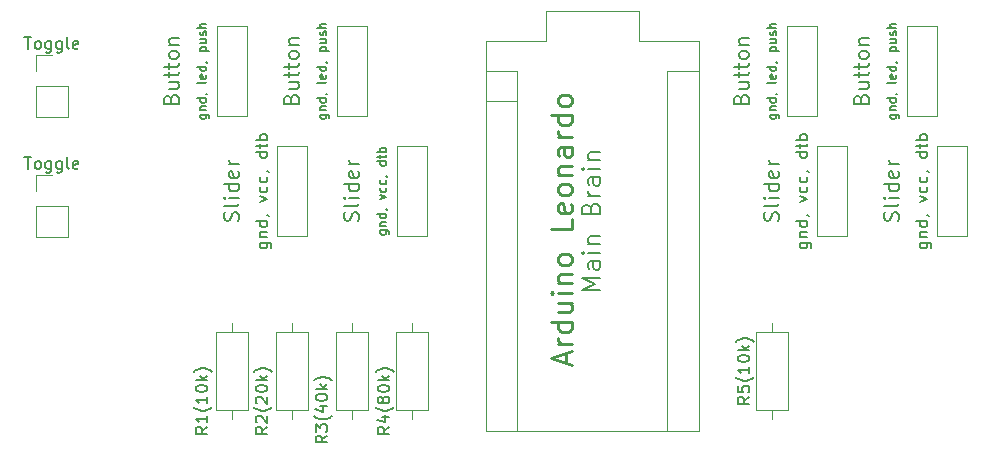
<source format=gbr>
%TF.GenerationSoftware,KiCad,Pcbnew,(6.0.5)*%
%TF.CreationDate,2023-04-11T14:57:45-04:00*%
%TF.ProjectId,Robot Controller PCB,526f626f-7420-4436-9f6e-74726f6c6c65,rev?*%
%TF.SameCoordinates,Original*%
%TF.FileFunction,Legend,Top*%
%TF.FilePolarity,Positive*%
%FSLAX46Y46*%
G04 Gerber Fmt 4.6, Leading zero omitted, Abs format (unit mm)*
G04 Created by KiCad (PCBNEW (6.0.5)) date 2023-04-11 14:57:45*
%MOMM*%
%LPD*%
G01*
G04 APERTURE LIST*
%ADD10C,0.127000*%
%ADD11C,0.190500*%
%ADD12C,0.150000*%
%ADD13C,0.254000*%
%ADD14C,0.120000*%
G04 APERTURE END LIST*
D10*
X125149428Y-117565714D02*
X123625428Y-117565714D01*
X124714000Y-117057714D01*
X123625428Y-116549714D01*
X125149428Y-116549714D01*
X125149428Y-115170857D02*
X124351142Y-115170857D01*
X124206000Y-115243428D01*
X124133428Y-115388571D01*
X124133428Y-115678857D01*
X124206000Y-115824000D01*
X125076857Y-115170857D02*
X125149428Y-115316000D01*
X125149428Y-115678857D01*
X125076857Y-115824000D01*
X124931714Y-115896571D01*
X124786571Y-115896571D01*
X124641428Y-115824000D01*
X124568857Y-115678857D01*
X124568857Y-115316000D01*
X124496285Y-115170857D01*
X125149428Y-114445142D02*
X124133428Y-114445142D01*
X123625428Y-114445142D02*
X123698000Y-114517714D01*
X123770571Y-114445142D01*
X123698000Y-114372571D01*
X123625428Y-114445142D01*
X123770571Y-114445142D01*
X124133428Y-113719428D02*
X125149428Y-113719428D01*
X124278571Y-113719428D02*
X124206000Y-113646857D01*
X124133428Y-113501714D01*
X124133428Y-113284000D01*
X124206000Y-113138857D01*
X124351142Y-113066285D01*
X125149428Y-113066285D01*
X124351142Y-110671428D02*
X124423714Y-110453714D01*
X124496285Y-110381142D01*
X124641428Y-110308571D01*
X124859142Y-110308571D01*
X125004285Y-110381142D01*
X125076857Y-110453714D01*
X125149428Y-110598857D01*
X125149428Y-111179428D01*
X123625428Y-111179428D01*
X123625428Y-110671428D01*
X123698000Y-110526285D01*
X123770571Y-110453714D01*
X123915714Y-110381142D01*
X124060857Y-110381142D01*
X124206000Y-110453714D01*
X124278571Y-110526285D01*
X124351142Y-110671428D01*
X124351142Y-111179428D01*
X125149428Y-109655428D02*
X124133428Y-109655428D01*
X124423714Y-109655428D02*
X124278571Y-109582857D01*
X124206000Y-109510285D01*
X124133428Y-109365142D01*
X124133428Y-109220000D01*
X125149428Y-108058857D02*
X124351142Y-108058857D01*
X124206000Y-108131428D01*
X124133428Y-108276571D01*
X124133428Y-108566857D01*
X124206000Y-108712000D01*
X125076857Y-108058857D02*
X125149428Y-108204000D01*
X125149428Y-108566857D01*
X125076857Y-108712000D01*
X124931714Y-108784571D01*
X124786571Y-108784571D01*
X124641428Y-108712000D01*
X124568857Y-108566857D01*
X124568857Y-108204000D01*
X124496285Y-108058857D01*
X125149428Y-107333142D02*
X124133428Y-107333142D01*
X123625428Y-107333142D02*
X123698000Y-107405714D01*
X123770571Y-107333142D01*
X123698000Y-107260571D01*
X123625428Y-107333142D01*
X123770571Y-107333142D01*
X124133428Y-106607428D02*
X125149428Y-106607428D01*
X124278571Y-106607428D02*
X124206000Y-106534857D01*
X124133428Y-106389714D01*
X124133428Y-106172000D01*
X124206000Y-106026857D01*
X124351142Y-105954285D01*
X125149428Y-105954285D01*
D11*
X150374047Y-111729761D02*
X150434523Y-111548333D01*
X150434523Y-111245952D01*
X150374047Y-111125000D01*
X150313571Y-111064523D01*
X150192619Y-111004047D01*
X150071666Y-111004047D01*
X149950714Y-111064523D01*
X149890238Y-111125000D01*
X149829761Y-111245952D01*
X149769285Y-111487857D01*
X149708809Y-111608809D01*
X149648333Y-111669285D01*
X149527380Y-111729761D01*
X149406428Y-111729761D01*
X149285476Y-111669285D01*
X149225000Y-111608809D01*
X149164523Y-111487857D01*
X149164523Y-111185476D01*
X149225000Y-111004047D01*
X150434523Y-110278333D02*
X150374047Y-110399285D01*
X150253095Y-110459761D01*
X149164523Y-110459761D01*
X150434523Y-109794523D02*
X149587857Y-109794523D01*
X149164523Y-109794523D02*
X149225000Y-109855000D01*
X149285476Y-109794523D01*
X149225000Y-109734047D01*
X149164523Y-109794523D01*
X149285476Y-109794523D01*
X150434523Y-108645476D02*
X149164523Y-108645476D01*
X150374047Y-108645476D02*
X150434523Y-108766428D01*
X150434523Y-109008333D01*
X150374047Y-109129285D01*
X150313571Y-109189761D01*
X150192619Y-109250238D01*
X149829761Y-109250238D01*
X149708809Y-109189761D01*
X149648333Y-109129285D01*
X149587857Y-109008333D01*
X149587857Y-108766428D01*
X149648333Y-108645476D01*
X150374047Y-107556904D02*
X150434523Y-107677857D01*
X150434523Y-107919761D01*
X150374047Y-108040714D01*
X150253095Y-108101190D01*
X149769285Y-108101190D01*
X149648333Y-108040714D01*
X149587857Y-107919761D01*
X149587857Y-107677857D01*
X149648333Y-107556904D01*
X149769285Y-107496428D01*
X149890238Y-107496428D01*
X150011190Y-108101190D01*
X150434523Y-106952142D02*
X149587857Y-106952142D01*
X149829761Y-106952142D02*
X149708809Y-106891666D01*
X149648333Y-106831190D01*
X149587857Y-106710238D01*
X149587857Y-106589285D01*
X140214047Y-111729761D02*
X140274523Y-111548333D01*
X140274523Y-111245952D01*
X140214047Y-111125000D01*
X140153571Y-111064523D01*
X140032619Y-111004047D01*
X139911666Y-111004047D01*
X139790714Y-111064523D01*
X139730238Y-111125000D01*
X139669761Y-111245952D01*
X139609285Y-111487857D01*
X139548809Y-111608809D01*
X139488333Y-111669285D01*
X139367380Y-111729761D01*
X139246428Y-111729761D01*
X139125476Y-111669285D01*
X139065000Y-111608809D01*
X139004523Y-111487857D01*
X139004523Y-111185476D01*
X139065000Y-111004047D01*
X140274523Y-110278333D02*
X140214047Y-110399285D01*
X140093095Y-110459761D01*
X139004523Y-110459761D01*
X140274523Y-109794523D02*
X139427857Y-109794523D01*
X139004523Y-109794523D02*
X139065000Y-109855000D01*
X139125476Y-109794523D01*
X139065000Y-109734047D01*
X139004523Y-109794523D01*
X139125476Y-109794523D01*
X140274523Y-108645476D02*
X139004523Y-108645476D01*
X140214047Y-108645476D02*
X140274523Y-108766428D01*
X140274523Y-109008333D01*
X140214047Y-109129285D01*
X140153571Y-109189761D01*
X140032619Y-109250238D01*
X139669761Y-109250238D01*
X139548809Y-109189761D01*
X139488333Y-109129285D01*
X139427857Y-109008333D01*
X139427857Y-108766428D01*
X139488333Y-108645476D01*
X140214047Y-107556904D02*
X140274523Y-107677857D01*
X140274523Y-107919761D01*
X140214047Y-108040714D01*
X140093095Y-108101190D01*
X139609285Y-108101190D01*
X139488333Y-108040714D01*
X139427857Y-107919761D01*
X139427857Y-107677857D01*
X139488333Y-107556904D01*
X139609285Y-107496428D01*
X139730238Y-107496428D01*
X139851190Y-108101190D01*
X140274523Y-106952142D02*
X139427857Y-106952142D01*
X139669761Y-106952142D02*
X139548809Y-106891666D01*
X139488333Y-106831190D01*
X139427857Y-106710238D01*
X139427857Y-106589285D01*
X104654047Y-111729761D02*
X104714523Y-111548333D01*
X104714523Y-111245952D01*
X104654047Y-111125000D01*
X104593571Y-111064523D01*
X104472619Y-111004047D01*
X104351666Y-111004047D01*
X104230714Y-111064523D01*
X104170238Y-111125000D01*
X104109761Y-111245952D01*
X104049285Y-111487857D01*
X103988809Y-111608809D01*
X103928333Y-111669285D01*
X103807380Y-111729761D01*
X103686428Y-111729761D01*
X103565476Y-111669285D01*
X103505000Y-111608809D01*
X103444523Y-111487857D01*
X103444523Y-111185476D01*
X103505000Y-111004047D01*
X104714523Y-110278333D02*
X104654047Y-110399285D01*
X104533095Y-110459761D01*
X103444523Y-110459761D01*
X104714523Y-109794523D02*
X103867857Y-109794523D01*
X103444523Y-109794523D02*
X103505000Y-109855000D01*
X103565476Y-109794523D01*
X103505000Y-109734047D01*
X103444523Y-109794523D01*
X103565476Y-109794523D01*
X104714523Y-108645476D02*
X103444523Y-108645476D01*
X104654047Y-108645476D02*
X104714523Y-108766428D01*
X104714523Y-109008333D01*
X104654047Y-109129285D01*
X104593571Y-109189761D01*
X104472619Y-109250238D01*
X104109761Y-109250238D01*
X103988809Y-109189761D01*
X103928333Y-109129285D01*
X103867857Y-109008333D01*
X103867857Y-108766428D01*
X103928333Y-108645476D01*
X104654047Y-107556904D02*
X104714523Y-107677857D01*
X104714523Y-107919761D01*
X104654047Y-108040714D01*
X104533095Y-108101190D01*
X104049285Y-108101190D01*
X103928333Y-108040714D01*
X103867857Y-107919761D01*
X103867857Y-107677857D01*
X103928333Y-107556904D01*
X104049285Y-107496428D01*
X104170238Y-107496428D01*
X104291190Y-108101190D01*
X104714523Y-106952142D02*
X103867857Y-106952142D01*
X104109761Y-106952142D02*
X103988809Y-106891666D01*
X103928333Y-106831190D01*
X103867857Y-106710238D01*
X103867857Y-106589285D01*
X94494047Y-111729761D02*
X94554523Y-111548333D01*
X94554523Y-111245952D01*
X94494047Y-111125000D01*
X94433571Y-111064523D01*
X94312619Y-111004047D01*
X94191666Y-111004047D01*
X94070714Y-111064523D01*
X94010238Y-111125000D01*
X93949761Y-111245952D01*
X93889285Y-111487857D01*
X93828809Y-111608809D01*
X93768333Y-111669285D01*
X93647380Y-111729761D01*
X93526428Y-111729761D01*
X93405476Y-111669285D01*
X93345000Y-111608809D01*
X93284523Y-111487857D01*
X93284523Y-111185476D01*
X93345000Y-111004047D01*
X94554523Y-110278333D02*
X94494047Y-110399285D01*
X94373095Y-110459761D01*
X93284523Y-110459761D01*
X94554523Y-109794523D02*
X93707857Y-109794523D01*
X93284523Y-109794523D02*
X93345000Y-109855000D01*
X93405476Y-109794523D01*
X93345000Y-109734047D01*
X93284523Y-109794523D01*
X93405476Y-109794523D01*
X94554523Y-108645476D02*
X93284523Y-108645476D01*
X94494047Y-108645476D02*
X94554523Y-108766428D01*
X94554523Y-109008333D01*
X94494047Y-109129285D01*
X94433571Y-109189761D01*
X94312619Y-109250238D01*
X93949761Y-109250238D01*
X93828809Y-109189761D01*
X93768333Y-109129285D01*
X93707857Y-109008333D01*
X93707857Y-108766428D01*
X93768333Y-108645476D01*
X94494047Y-107556904D02*
X94554523Y-107677857D01*
X94554523Y-107919761D01*
X94494047Y-108040714D01*
X94373095Y-108101190D01*
X93889285Y-108101190D01*
X93768333Y-108040714D01*
X93707857Y-107919761D01*
X93707857Y-107677857D01*
X93768333Y-107556904D01*
X93889285Y-107496428D01*
X94010238Y-107496428D01*
X94131190Y-108101190D01*
X94554523Y-106952142D02*
X93707857Y-106952142D01*
X93949761Y-106952142D02*
X93828809Y-106891666D01*
X93768333Y-106831190D01*
X93707857Y-106710238D01*
X93707857Y-106589285D01*
X147229285Y-101418571D02*
X147289761Y-101237142D01*
X147350238Y-101176666D01*
X147471190Y-101116190D01*
X147652619Y-101116190D01*
X147773571Y-101176666D01*
X147834047Y-101237142D01*
X147894523Y-101358095D01*
X147894523Y-101841904D01*
X146624523Y-101841904D01*
X146624523Y-101418571D01*
X146685000Y-101297619D01*
X146745476Y-101237142D01*
X146866428Y-101176666D01*
X146987380Y-101176666D01*
X147108333Y-101237142D01*
X147168809Y-101297619D01*
X147229285Y-101418571D01*
X147229285Y-101841904D01*
X147047857Y-100027619D02*
X147894523Y-100027619D01*
X147047857Y-100571904D02*
X147713095Y-100571904D01*
X147834047Y-100511428D01*
X147894523Y-100390476D01*
X147894523Y-100209047D01*
X147834047Y-100088095D01*
X147773571Y-100027619D01*
X147047857Y-99604285D02*
X147047857Y-99120476D01*
X146624523Y-99422857D02*
X147713095Y-99422857D01*
X147834047Y-99362380D01*
X147894523Y-99241428D01*
X147894523Y-99120476D01*
X147047857Y-98878571D02*
X147047857Y-98394761D01*
X146624523Y-98697142D02*
X147713095Y-98697142D01*
X147834047Y-98636666D01*
X147894523Y-98515714D01*
X147894523Y-98394761D01*
X147894523Y-97790000D02*
X147834047Y-97910952D01*
X147773571Y-97971428D01*
X147652619Y-98031904D01*
X147289761Y-98031904D01*
X147168809Y-97971428D01*
X147108333Y-97910952D01*
X147047857Y-97790000D01*
X147047857Y-97608571D01*
X147108333Y-97487619D01*
X147168809Y-97427142D01*
X147289761Y-97366666D01*
X147652619Y-97366666D01*
X147773571Y-97427142D01*
X147834047Y-97487619D01*
X147894523Y-97608571D01*
X147894523Y-97790000D01*
X147047857Y-96822380D02*
X147894523Y-96822380D01*
X147168809Y-96822380D02*
X147108333Y-96761904D01*
X147047857Y-96640952D01*
X147047857Y-96459523D01*
X147108333Y-96338571D01*
X147229285Y-96278095D01*
X147894523Y-96278095D01*
X137069285Y-101418571D02*
X137129761Y-101237142D01*
X137190238Y-101176666D01*
X137311190Y-101116190D01*
X137492619Y-101116190D01*
X137613571Y-101176666D01*
X137674047Y-101237142D01*
X137734523Y-101358095D01*
X137734523Y-101841904D01*
X136464523Y-101841904D01*
X136464523Y-101418571D01*
X136525000Y-101297619D01*
X136585476Y-101237142D01*
X136706428Y-101176666D01*
X136827380Y-101176666D01*
X136948333Y-101237142D01*
X137008809Y-101297619D01*
X137069285Y-101418571D01*
X137069285Y-101841904D01*
X136887857Y-100027619D02*
X137734523Y-100027619D01*
X136887857Y-100571904D02*
X137553095Y-100571904D01*
X137674047Y-100511428D01*
X137734523Y-100390476D01*
X137734523Y-100209047D01*
X137674047Y-100088095D01*
X137613571Y-100027619D01*
X136887857Y-99604285D02*
X136887857Y-99120476D01*
X136464523Y-99422857D02*
X137553095Y-99422857D01*
X137674047Y-99362380D01*
X137734523Y-99241428D01*
X137734523Y-99120476D01*
X136887857Y-98878571D02*
X136887857Y-98394761D01*
X136464523Y-98697142D02*
X137553095Y-98697142D01*
X137674047Y-98636666D01*
X137734523Y-98515714D01*
X137734523Y-98394761D01*
X137734523Y-97790000D02*
X137674047Y-97910952D01*
X137613571Y-97971428D01*
X137492619Y-98031904D01*
X137129761Y-98031904D01*
X137008809Y-97971428D01*
X136948333Y-97910952D01*
X136887857Y-97790000D01*
X136887857Y-97608571D01*
X136948333Y-97487619D01*
X137008809Y-97427142D01*
X137129761Y-97366666D01*
X137492619Y-97366666D01*
X137613571Y-97427142D01*
X137674047Y-97487619D01*
X137734523Y-97608571D01*
X137734523Y-97790000D01*
X136887857Y-96822380D02*
X137734523Y-96822380D01*
X137008809Y-96822380D02*
X136948333Y-96761904D01*
X136887857Y-96640952D01*
X136887857Y-96459523D01*
X136948333Y-96338571D01*
X137069285Y-96278095D01*
X137734523Y-96278095D01*
X88809285Y-101418571D02*
X88869761Y-101237142D01*
X88930238Y-101176666D01*
X89051190Y-101116190D01*
X89232619Y-101116190D01*
X89353571Y-101176666D01*
X89414047Y-101237142D01*
X89474523Y-101358095D01*
X89474523Y-101841904D01*
X88204523Y-101841904D01*
X88204523Y-101418571D01*
X88265000Y-101297619D01*
X88325476Y-101237142D01*
X88446428Y-101176666D01*
X88567380Y-101176666D01*
X88688333Y-101237142D01*
X88748809Y-101297619D01*
X88809285Y-101418571D01*
X88809285Y-101841904D01*
X88627857Y-100027619D02*
X89474523Y-100027619D01*
X88627857Y-100571904D02*
X89293095Y-100571904D01*
X89414047Y-100511428D01*
X89474523Y-100390476D01*
X89474523Y-100209047D01*
X89414047Y-100088095D01*
X89353571Y-100027619D01*
X88627857Y-99604285D02*
X88627857Y-99120476D01*
X88204523Y-99422857D02*
X89293095Y-99422857D01*
X89414047Y-99362380D01*
X89474523Y-99241428D01*
X89474523Y-99120476D01*
X88627857Y-98878571D02*
X88627857Y-98394761D01*
X88204523Y-98697142D02*
X89293095Y-98697142D01*
X89414047Y-98636666D01*
X89474523Y-98515714D01*
X89474523Y-98394761D01*
X89474523Y-97790000D02*
X89414047Y-97910952D01*
X89353571Y-97971428D01*
X89232619Y-98031904D01*
X88869761Y-98031904D01*
X88748809Y-97971428D01*
X88688333Y-97910952D01*
X88627857Y-97790000D01*
X88627857Y-97608571D01*
X88688333Y-97487619D01*
X88748809Y-97427142D01*
X88869761Y-97366666D01*
X89232619Y-97366666D01*
X89353571Y-97427142D01*
X89414047Y-97487619D01*
X89474523Y-97608571D01*
X89474523Y-97790000D01*
X88627857Y-96822380D02*
X89474523Y-96822380D01*
X88748809Y-96822380D02*
X88688333Y-96761904D01*
X88627857Y-96640952D01*
X88627857Y-96459523D01*
X88688333Y-96338571D01*
X88809285Y-96278095D01*
X89474523Y-96278095D01*
X98969285Y-101418571D02*
X99029761Y-101237142D01*
X99090238Y-101176666D01*
X99211190Y-101116190D01*
X99392619Y-101116190D01*
X99513571Y-101176666D01*
X99574047Y-101237142D01*
X99634523Y-101358095D01*
X99634523Y-101841904D01*
X98364523Y-101841904D01*
X98364523Y-101418571D01*
X98425000Y-101297619D01*
X98485476Y-101237142D01*
X98606428Y-101176666D01*
X98727380Y-101176666D01*
X98848333Y-101237142D01*
X98908809Y-101297619D01*
X98969285Y-101418571D01*
X98969285Y-101841904D01*
X98787857Y-100027619D02*
X99634523Y-100027619D01*
X98787857Y-100571904D02*
X99453095Y-100571904D01*
X99574047Y-100511428D01*
X99634523Y-100390476D01*
X99634523Y-100209047D01*
X99574047Y-100088095D01*
X99513571Y-100027619D01*
X98787857Y-99604285D02*
X98787857Y-99120476D01*
X98364523Y-99422857D02*
X99453095Y-99422857D01*
X99574047Y-99362380D01*
X99634523Y-99241428D01*
X99634523Y-99120476D01*
X98787857Y-98878571D02*
X98787857Y-98394761D01*
X98364523Y-98697142D02*
X99453095Y-98697142D01*
X99574047Y-98636666D01*
X99634523Y-98515714D01*
X99634523Y-98394761D01*
X99634523Y-97790000D02*
X99574047Y-97910952D01*
X99513571Y-97971428D01*
X99392619Y-98031904D01*
X99029761Y-98031904D01*
X98908809Y-97971428D01*
X98848333Y-97910952D01*
X98787857Y-97790000D01*
X98787857Y-97608571D01*
X98848333Y-97487619D01*
X98908809Y-97427142D01*
X99029761Y-97366666D01*
X99392619Y-97366666D01*
X99513571Y-97427142D01*
X99574047Y-97487619D01*
X99634523Y-97608571D01*
X99634523Y-97790000D01*
X98787857Y-96822380D02*
X99634523Y-96822380D01*
X98908809Y-96822380D02*
X98848333Y-96761904D01*
X98787857Y-96640952D01*
X98787857Y-96459523D01*
X98848333Y-96338571D01*
X98969285Y-96278095D01*
X99634523Y-96278095D01*
D10*
%TO.C,gnd\u002C led\u002C push*%
X91276714Y-102743000D02*
X91893571Y-102743000D01*
X91966142Y-102779285D01*
X92002428Y-102815571D01*
X92038714Y-102888142D01*
X92038714Y-102997000D01*
X92002428Y-103069571D01*
X91748428Y-102743000D02*
X91784714Y-102815571D01*
X91784714Y-102960714D01*
X91748428Y-103033285D01*
X91712142Y-103069571D01*
X91639571Y-103105857D01*
X91421857Y-103105857D01*
X91349285Y-103069571D01*
X91313000Y-103033285D01*
X91276714Y-102960714D01*
X91276714Y-102815571D01*
X91313000Y-102743000D01*
X91276714Y-102380142D02*
X91784714Y-102380142D01*
X91349285Y-102380142D02*
X91313000Y-102343857D01*
X91276714Y-102271285D01*
X91276714Y-102162428D01*
X91313000Y-102089857D01*
X91385571Y-102053571D01*
X91784714Y-102053571D01*
X91784714Y-101364142D02*
X91022714Y-101364142D01*
X91748428Y-101364142D02*
X91784714Y-101436714D01*
X91784714Y-101581857D01*
X91748428Y-101654428D01*
X91712142Y-101690714D01*
X91639571Y-101727000D01*
X91421857Y-101727000D01*
X91349285Y-101690714D01*
X91313000Y-101654428D01*
X91276714Y-101581857D01*
X91276714Y-101436714D01*
X91313000Y-101364142D01*
X91748428Y-100965000D02*
X91784714Y-100965000D01*
X91857285Y-101001285D01*
X91893571Y-101037571D01*
X91784714Y-99949000D02*
X91748428Y-100021571D01*
X91675857Y-100057857D01*
X91022714Y-100057857D01*
X91748428Y-99368428D02*
X91784714Y-99441000D01*
X91784714Y-99586142D01*
X91748428Y-99658714D01*
X91675857Y-99695000D01*
X91385571Y-99695000D01*
X91313000Y-99658714D01*
X91276714Y-99586142D01*
X91276714Y-99441000D01*
X91313000Y-99368428D01*
X91385571Y-99332142D01*
X91458142Y-99332142D01*
X91530714Y-99695000D01*
X91784714Y-98679000D02*
X91022714Y-98679000D01*
X91748428Y-98679000D02*
X91784714Y-98751571D01*
X91784714Y-98896714D01*
X91748428Y-98969285D01*
X91712142Y-99005571D01*
X91639571Y-99041857D01*
X91421857Y-99041857D01*
X91349285Y-99005571D01*
X91313000Y-98969285D01*
X91276714Y-98896714D01*
X91276714Y-98751571D01*
X91313000Y-98679000D01*
X91748428Y-98279857D02*
X91784714Y-98279857D01*
X91857285Y-98316142D01*
X91893571Y-98352428D01*
X91276714Y-97372714D02*
X92038714Y-97372714D01*
X91313000Y-97372714D02*
X91276714Y-97300142D01*
X91276714Y-97155000D01*
X91313000Y-97082428D01*
X91349285Y-97046142D01*
X91421857Y-97009857D01*
X91639571Y-97009857D01*
X91712142Y-97046142D01*
X91748428Y-97082428D01*
X91784714Y-97155000D01*
X91784714Y-97300142D01*
X91748428Y-97372714D01*
X91276714Y-96356714D02*
X91784714Y-96356714D01*
X91276714Y-96683285D02*
X91675857Y-96683285D01*
X91748428Y-96647000D01*
X91784714Y-96574428D01*
X91784714Y-96465571D01*
X91748428Y-96393000D01*
X91712142Y-96356714D01*
X91748428Y-96030142D02*
X91784714Y-95957571D01*
X91784714Y-95812428D01*
X91748428Y-95739857D01*
X91675857Y-95703571D01*
X91639571Y-95703571D01*
X91567000Y-95739857D01*
X91530714Y-95812428D01*
X91530714Y-95921285D01*
X91494428Y-95993857D01*
X91421857Y-96030142D01*
X91385571Y-96030142D01*
X91313000Y-95993857D01*
X91276714Y-95921285D01*
X91276714Y-95812428D01*
X91313000Y-95739857D01*
X91784714Y-95377000D02*
X91022714Y-95377000D01*
X91784714Y-95050428D02*
X91385571Y-95050428D01*
X91313000Y-95086714D01*
X91276714Y-95159285D01*
X91276714Y-95268142D01*
X91313000Y-95340714D01*
X91349285Y-95377000D01*
D12*
%TO.C,gnd\u002C vcc\u002C dtb*%
X142025714Y-113577142D02*
X142835238Y-113577142D01*
X142930476Y-113624761D01*
X142978095Y-113672380D01*
X143025714Y-113767619D01*
X143025714Y-113910476D01*
X142978095Y-114005714D01*
X142644761Y-113577142D02*
X142692380Y-113672380D01*
X142692380Y-113862857D01*
X142644761Y-113958095D01*
X142597142Y-114005714D01*
X142501904Y-114053333D01*
X142216190Y-114053333D01*
X142120952Y-114005714D01*
X142073333Y-113958095D01*
X142025714Y-113862857D01*
X142025714Y-113672380D01*
X142073333Y-113577142D01*
X142025714Y-113100952D02*
X142692380Y-113100952D01*
X142120952Y-113100952D02*
X142073333Y-113053333D01*
X142025714Y-112958095D01*
X142025714Y-112815238D01*
X142073333Y-112720000D01*
X142168571Y-112672380D01*
X142692380Y-112672380D01*
X142692380Y-111767619D02*
X141692380Y-111767619D01*
X142644761Y-111767619D02*
X142692380Y-111862857D01*
X142692380Y-112053333D01*
X142644761Y-112148571D01*
X142597142Y-112196190D01*
X142501904Y-112243809D01*
X142216190Y-112243809D01*
X142120952Y-112196190D01*
X142073333Y-112148571D01*
X142025714Y-112053333D01*
X142025714Y-111862857D01*
X142073333Y-111767619D01*
X142644761Y-111243809D02*
X142692380Y-111243809D01*
X142787619Y-111291428D01*
X142835238Y-111339047D01*
X142025714Y-110148571D02*
X142692380Y-109910476D01*
X142025714Y-109672380D01*
X142644761Y-108862857D02*
X142692380Y-108958095D01*
X142692380Y-109148571D01*
X142644761Y-109243809D01*
X142597142Y-109291428D01*
X142501904Y-109339047D01*
X142216190Y-109339047D01*
X142120952Y-109291428D01*
X142073333Y-109243809D01*
X142025714Y-109148571D01*
X142025714Y-108958095D01*
X142073333Y-108862857D01*
X142644761Y-108005714D02*
X142692380Y-108100952D01*
X142692380Y-108291428D01*
X142644761Y-108386666D01*
X142597142Y-108434285D01*
X142501904Y-108481904D01*
X142216190Y-108481904D01*
X142120952Y-108434285D01*
X142073333Y-108386666D01*
X142025714Y-108291428D01*
X142025714Y-108100952D01*
X142073333Y-108005714D01*
X142644761Y-107529523D02*
X142692380Y-107529523D01*
X142787619Y-107577142D01*
X142835238Y-107624761D01*
X142692380Y-105910476D02*
X141692380Y-105910476D01*
X142644761Y-105910476D02*
X142692380Y-106005714D01*
X142692380Y-106196190D01*
X142644761Y-106291428D01*
X142597142Y-106339047D01*
X142501904Y-106386666D01*
X142216190Y-106386666D01*
X142120952Y-106339047D01*
X142073333Y-106291428D01*
X142025714Y-106196190D01*
X142025714Y-106005714D01*
X142073333Y-105910476D01*
X142025714Y-105577142D02*
X142025714Y-105196190D01*
X141692380Y-105434285D02*
X142549523Y-105434285D01*
X142644761Y-105386666D01*
X142692380Y-105291428D01*
X142692380Y-105196190D01*
X142692380Y-104862857D02*
X141692380Y-104862857D01*
X142073333Y-104862857D02*
X142025714Y-104767619D01*
X142025714Y-104577142D01*
X142073333Y-104481904D01*
X142120952Y-104434285D01*
X142216190Y-104386666D01*
X142501904Y-104386666D01*
X142597142Y-104434285D01*
X142644761Y-104481904D01*
X142692380Y-104577142D01*
X142692380Y-104767619D01*
X142644761Y-104862857D01*
D10*
%TO.C,gnd\u002C led\u002C push*%
X139536714Y-102743000D02*
X140153571Y-102743000D01*
X140226142Y-102779285D01*
X140262428Y-102815571D01*
X140298714Y-102888142D01*
X140298714Y-102997000D01*
X140262428Y-103069571D01*
X140008428Y-102743000D02*
X140044714Y-102815571D01*
X140044714Y-102960714D01*
X140008428Y-103033285D01*
X139972142Y-103069571D01*
X139899571Y-103105857D01*
X139681857Y-103105857D01*
X139609285Y-103069571D01*
X139573000Y-103033285D01*
X139536714Y-102960714D01*
X139536714Y-102815571D01*
X139573000Y-102743000D01*
X139536714Y-102380142D02*
X140044714Y-102380142D01*
X139609285Y-102380142D02*
X139573000Y-102343857D01*
X139536714Y-102271285D01*
X139536714Y-102162428D01*
X139573000Y-102089857D01*
X139645571Y-102053571D01*
X140044714Y-102053571D01*
X140044714Y-101364142D02*
X139282714Y-101364142D01*
X140008428Y-101364142D02*
X140044714Y-101436714D01*
X140044714Y-101581857D01*
X140008428Y-101654428D01*
X139972142Y-101690714D01*
X139899571Y-101727000D01*
X139681857Y-101727000D01*
X139609285Y-101690714D01*
X139573000Y-101654428D01*
X139536714Y-101581857D01*
X139536714Y-101436714D01*
X139573000Y-101364142D01*
X140008428Y-100965000D02*
X140044714Y-100965000D01*
X140117285Y-101001285D01*
X140153571Y-101037571D01*
X140044714Y-99949000D02*
X140008428Y-100021571D01*
X139935857Y-100057857D01*
X139282714Y-100057857D01*
X140008428Y-99368428D02*
X140044714Y-99441000D01*
X140044714Y-99586142D01*
X140008428Y-99658714D01*
X139935857Y-99695000D01*
X139645571Y-99695000D01*
X139573000Y-99658714D01*
X139536714Y-99586142D01*
X139536714Y-99441000D01*
X139573000Y-99368428D01*
X139645571Y-99332142D01*
X139718142Y-99332142D01*
X139790714Y-99695000D01*
X140044714Y-98679000D02*
X139282714Y-98679000D01*
X140008428Y-98679000D02*
X140044714Y-98751571D01*
X140044714Y-98896714D01*
X140008428Y-98969285D01*
X139972142Y-99005571D01*
X139899571Y-99041857D01*
X139681857Y-99041857D01*
X139609285Y-99005571D01*
X139573000Y-98969285D01*
X139536714Y-98896714D01*
X139536714Y-98751571D01*
X139573000Y-98679000D01*
X140008428Y-98279857D02*
X140044714Y-98279857D01*
X140117285Y-98316142D01*
X140153571Y-98352428D01*
X139536714Y-97372714D02*
X140298714Y-97372714D01*
X139573000Y-97372714D02*
X139536714Y-97300142D01*
X139536714Y-97155000D01*
X139573000Y-97082428D01*
X139609285Y-97046142D01*
X139681857Y-97009857D01*
X139899571Y-97009857D01*
X139972142Y-97046142D01*
X140008428Y-97082428D01*
X140044714Y-97155000D01*
X140044714Y-97300142D01*
X140008428Y-97372714D01*
X139536714Y-96356714D02*
X140044714Y-96356714D01*
X139536714Y-96683285D02*
X139935857Y-96683285D01*
X140008428Y-96647000D01*
X140044714Y-96574428D01*
X140044714Y-96465571D01*
X140008428Y-96393000D01*
X139972142Y-96356714D01*
X140008428Y-96030142D02*
X140044714Y-95957571D01*
X140044714Y-95812428D01*
X140008428Y-95739857D01*
X139935857Y-95703571D01*
X139899571Y-95703571D01*
X139827000Y-95739857D01*
X139790714Y-95812428D01*
X139790714Y-95921285D01*
X139754428Y-95993857D01*
X139681857Y-96030142D01*
X139645571Y-96030142D01*
X139573000Y-95993857D01*
X139536714Y-95921285D01*
X139536714Y-95812428D01*
X139573000Y-95739857D01*
X140044714Y-95377000D02*
X139282714Y-95377000D01*
X140044714Y-95050428D02*
X139645571Y-95050428D01*
X139573000Y-95086714D01*
X139536714Y-95159285D01*
X139536714Y-95268142D01*
X139573000Y-95340714D01*
X139609285Y-95377000D01*
%TO.C,gnd\u002C vcc\u002C dtb*%
X106516714Y-112540142D02*
X107133571Y-112540142D01*
X107206142Y-112576428D01*
X107242428Y-112612714D01*
X107278714Y-112685285D01*
X107278714Y-112794142D01*
X107242428Y-112866714D01*
X106988428Y-112540142D02*
X107024714Y-112612714D01*
X107024714Y-112757857D01*
X106988428Y-112830428D01*
X106952142Y-112866714D01*
X106879571Y-112903000D01*
X106661857Y-112903000D01*
X106589285Y-112866714D01*
X106553000Y-112830428D01*
X106516714Y-112757857D01*
X106516714Y-112612714D01*
X106553000Y-112540142D01*
X106516714Y-112177285D02*
X107024714Y-112177285D01*
X106589285Y-112177285D02*
X106553000Y-112141000D01*
X106516714Y-112068428D01*
X106516714Y-111959571D01*
X106553000Y-111887000D01*
X106625571Y-111850714D01*
X107024714Y-111850714D01*
X107024714Y-111161285D02*
X106262714Y-111161285D01*
X106988428Y-111161285D02*
X107024714Y-111233857D01*
X107024714Y-111379000D01*
X106988428Y-111451571D01*
X106952142Y-111487857D01*
X106879571Y-111524142D01*
X106661857Y-111524142D01*
X106589285Y-111487857D01*
X106553000Y-111451571D01*
X106516714Y-111379000D01*
X106516714Y-111233857D01*
X106553000Y-111161285D01*
X106988428Y-110762142D02*
X107024714Y-110762142D01*
X107097285Y-110798428D01*
X107133571Y-110834714D01*
X106516714Y-109927571D02*
X107024714Y-109746142D01*
X106516714Y-109564714D01*
X106988428Y-108947857D02*
X107024714Y-109020428D01*
X107024714Y-109165571D01*
X106988428Y-109238142D01*
X106952142Y-109274428D01*
X106879571Y-109310714D01*
X106661857Y-109310714D01*
X106589285Y-109274428D01*
X106553000Y-109238142D01*
X106516714Y-109165571D01*
X106516714Y-109020428D01*
X106553000Y-108947857D01*
X106988428Y-108294714D02*
X107024714Y-108367285D01*
X107024714Y-108512428D01*
X106988428Y-108585000D01*
X106952142Y-108621285D01*
X106879571Y-108657571D01*
X106661857Y-108657571D01*
X106589285Y-108621285D01*
X106553000Y-108585000D01*
X106516714Y-108512428D01*
X106516714Y-108367285D01*
X106553000Y-108294714D01*
X106988428Y-107931857D02*
X107024714Y-107931857D01*
X107097285Y-107968142D01*
X107133571Y-108004428D01*
X107024714Y-106698142D02*
X106262714Y-106698142D01*
X106988428Y-106698142D02*
X107024714Y-106770714D01*
X107024714Y-106915857D01*
X106988428Y-106988428D01*
X106952142Y-107024714D01*
X106879571Y-107061000D01*
X106661857Y-107061000D01*
X106589285Y-107024714D01*
X106553000Y-106988428D01*
X106516714Y-106915857D01*
X106516714Y-106770714D01*
X106553000Y-106698142D01*
X106516714Y-106444142D02*
X106516714Y-106153857D01*
X106262714Y-106335285D02*
X106915857Y-106335285D01*
X106988428Y-106299000D01*
X107024714Y-106226428D01*
X107024714Y-106153857D01*
X107024714Y-105899857D02*
X106262714Y-105899857D01*
X106553000Y-105899857D02*
X106516714Y-105827285D01*
X106516714Y-105682142D01*
X106553000Y-105609571D01*
X106589285Y-105573285D01*
X106661857Y-105537000D01*
X106879571Y-105537000D01*
X106952142Y-105573285D01*
X106988428Y-105609571D01*
X107024714Y-105682142D01*
X107024714Y-105827285D01*
X106988428Y-105899857D01*
D12*
%TO.C,R2(20k)*%
X96972380Y-129190476D02*
X96496190Y-129523809D01*
X96972380Y-129761904D02*
X95972380Y-129761904D01*
X95972380Y-129380952D01*
X96020000Y-129285714D01*
X96067619Y-129238095D01*
X96162857Y-129190476D01*
X96305714Y-129190476D01*
X96400952Y-129238095D01*
X96448571Y-129285714D01*
X96496190Y-129380952D01*
X96496190Y-129761904D01*
X96067619Y-128809523D02*
X96020000Y-128761904D01*
X95972380Y-128666666D01*
X95972380Y-128428571D01*
X96020000Y-128333333D01*
X96067619Y-128285714D01*
X96162857Y-128238095D01*
X96258095Y-128238095D01*
X96400952Y-128285714D01*
X96972380Y-128857142D01*
X96972380Y-128238095D01*
X97353333Y-127523809D02*
X97305714Y-127571428D01*
X97162857Y-127666666D01*
X97067619Y-127714285D01*
X96924761Y-127761904D01*
X96686666Y-127809523D01*
X96496190Y-127809523D01*
X96258095Y-127761904D01*
X96115238Y-127714285D01*
X96020000Y-127666666D01*
X95877142Y-127571428D01*
X95829523Y-127523809D01*
X96067619Y-127190476D02*
X96020000Y-127142857D01*
X95972380Y-127047619D01*
X95972380Y-126809523D01*
X96020000Y-126714285D01*
X96067619Y-126666666D01*
X96162857Y-126619047D01*
X96258095Y-126619047D01*
X96400952Y-126666666D01*
X96972380Y-127238095D01*
X96972380Y-126619047D01*
X95972380Y-126000000D02*
X95972380Y-125904761D01*
X96020000Y-125809523D01*
X96067619Y-125761904D01*
X96162857Y-125714285D01*
X96353333Y-125666666D01*
X96591428Y-125666666D01*
X96781904Y-125714285D01*
X96877142Y-125761904D01*
X96924761Y-125809523D01*
X96972380Y-125904761D01*
X96972380Y-126000000D01*
X96924761Y-126095238D01*
X96877142Y-126142857D01*
X96781904Y-126190476D01*
X96591428Y-126238095D01*
X96353333Y-126238095D01*
X96162857Y-126190476D01*
X96067619Y-126142857D01*
X96020000Y-126095238D01*
X95972380Y-126000000D01*
X96972380Y-125238095D02*
X95972380Y-125238095D01*
X96591428Y-125142857D02*
X96972380Y-124857142D01*
X96305714Y-124857142D02*
X96686666Y-125238095D01*
X97353333Y-124523809D02*
X97305714Y-124476190D01*
X97162857Y-124380952D01*
X97067619Y-124333333D01*
X96924761Y-124285714D01*
X96686666Y-124238095D01*
X96496190Y-124238095D01*
X96258095Y-124285714D01*
X96115238Y-124333333D01*
X96020000Y-124380952D01*
X95877142Y-124476190D01*
X95829523Y-124523809D01*
%TO.C,R5(10k)*%
X137782380Y-126650476D02*
X137306190Y-126983809D01*
X137782380Y-127221904D02*
X136782380Y-127221904D01*
X136782380Y-126840952D01*
X136830000Y-126745714D01*
X136877619Y-126698095D01*
X136972857Y-126650476D01*
X137115714Y-126650476D01*
X137210952Y-126698095D01*
X137258571Y-126745714D01*
X137306190Y-126840952D01*
X137306190Y-127221904D01*
X136782380Y-125745714D02*
X136782380Y-126221904D01*
X137258571Y-126269523D01*
X137210952Y-126221904D01*
X137163333Y-126126666D01*
X137163333Y-125888571D01*
X137210952Y-125793333D01*
X137258571Y-125745714D01*
X137353809Y-125698095D01*
X137591904Y-125698095D01*
X137687142Y-125745714D01*
X137734761Y-125793333D01*
X137782380Y-125888571D01*
X137782380Y-126126666D01*
X137734761Y-126221904D01*
X137687142Y-126269523D01*
X138163333Y-124983809D02*
X138115714Y-125031428D01*
X137972857Y-125126666D01*
X137877619Y-125174285D01*
X137734761Y-125221904D01*
X137496666Y-125269523D01*
X137306190Y-125269523D01*
X137068095Y-125221904D01*
X136925238Y-125174285D01*
X136830000Y-125126666D01*
X136687142Y-125031428D01*
X136639523Y-124983809D01*
X137782380Y-124079047D02*
X137782380Y-124650476D01*
X137782380Y-124364761D02*
X136782380Y-124364761D01*
X136925238Y-124460000D01*
X137020476Y-124555238D01*
X137068095Y-124650476D01*
X136782380Y-123460000D02*
X136782380Y-123364761D01*
X136830000Y-123269523D01*
X136877619Y-123221904D01*
X136972857Y-123174285D01*
X137163333Y-123126666D01*
X137401428Y-123126666D01*
X137591904Y-123174285D01*
X137687142Y-123221904D01*
X137734761Y-123269523D01*
X137782380Y-123364761D01*
X137782380Y-123460000D01*
X137734761Y-123555238D01*
X137687142Y-123602857D01*
X137591904Y-123650476D01*
X137401428Y-123698095D01*
X137163333Y-123698095D01*
X136972857Y-123650476D01*
X136877619Y-123602857D01*
X136830000Y-123555238D01*
X136782380Y-123460000D01*
X137782380Y-122698095D02*
X136782380Y-122698095D01*
X137401428Y-122602857D02*
X137782380Y-122317142D01*
X137115714Y-122317142D02*
X137496666Y-122698095D01*
X138163333Y-121983809D02*
X138115714Y-121936190D01*
X137972857Y-121840952D01*
X137877619Y-121793333D01*
X137734761Y-121745714D01*
X137496666Y-121698095D01*
X137306190Y-121698095D01*
X137068095Y-121745714D01*
X136925238Y-121793333D01*
X136830000Y-121840952D01*
X136687142Y-121936190D01*
X136639523Y-121983809D01*
%TO.C,R4(80k)*%
X107302380Y-129190476D02*
X106826190Y-129523809D01*
X107302380Y-129761904D02*
X106302380Y-129761904D01*
X106302380Y-129380952D01*
X106350000Y-129285714D01*
X106397619Y-129238095D01*
X106492857Y-129190476D01*
X106635714Y-129190476D01*
X106730952Y-129238095D01*
X106778571Y-129285714D01*
X106826190Y-129380952D01*
X106826190Y-129761904D01*
X106635714Y-128333333D02*
X107302380Y-128333333D01*
X106254761Y-128571428D02*
X106969047Y-128809523D01*
X106969047Y-128190476D01*
X107683333Y-127523809D02*
X107635714Y-127571428D01*
X107492857Y-127666666D01*
X107397619Y-127714285D01*
X107254761Y-127761904D01*
X107016666Y-127809523D01*
X106826190Y-127809523D01*
X106588095Y-127761904D01*
X106445238Y-127714285D01*
X106350000Y-127666666D01*
X106207142Y-127571428D01*
X106159523Y-127523809D01*
X106730952Y-127000000D02*
X106683333Y-127095238D01*
X106635714Y-127142857D01*
X106540476Y-127190476D01*
X106492857Y-127190476D01*
X106397619Y-127142857D01*
X106350000Y-127095238D01*
X106302380Y-127000000D01*
X106302380Y-126809523D01*
X106350000Y-126714285D01*
X106397619Y-126666666D01*
X106492857Y-126619047D01*
X106540476Y-126619047D01*
X106635714Y-126666666D01*
X106683333Y-126714285D01*
X106730952Y-126809523D01*
X106730952Y-127000000D01*
X106778571Y-127095238D01*
X106826190Y-127142857D01*
X106921428Y-127190476D01*
X107111904Y-127190476D01*
X107207142Y-127142857D01*
X107254761Y-127095238D01*
X107302380Y-127000000D01*
X107302380Y-126809523D01*
X107254761Y-126714285D01*
X107207142Y-126666666D01*
X107111904Y-126619047D01*
X106921428Y-126619047D01*
X106826190Y-126666666D01*
X106778571Y-126714285D01*
X106730952Y-126809523D01*
X106302380Y-126000000D02*
X106302380Y-125904761D01*
X106350000Y-125809523D01*
X106397619Y-125761904D01*
X106492857Y-125714285D01*
X106683333Y-125666666D01*
X106921428Y-125666666D01*
X107111904Y-125714285D01*
X107207142Y-125761904D01*
X107254761Y-125809523D01*
X107302380Y-125904761D01*
X107302380Y-126000000D01*
X107254761Y-126095238D01*
X107207142Y-126142857D01*
X107111904Y-126190476D01*
X106921428Y-126238095D01*
X106683333Y-126238095D01*
X106492857Y-126190476D01*
X106397619Y-126142857D01*
X106350000Y-126095238D01*
X106302380Y-126000000D01*
X107302380Y-125238095D02*
X106302380Y-125238095D01*
X106921428Y-125142857D02*
X107302380Y-124857142D01*
X106635714Y-124857142D02*
X107016666Y-125238095D01*
X107683333Y-124523809D02*
X107635714Y-124476190D01*
X107492857Y-124380952D01*
X107397619Y-124333333D01*
X107254761Y-124285714D01*
X107016666Y-124238095D01*
X106826190Y-124238095D01*
X106588095Y-124285714D01*
X106445238Y-124333333D01*
X106350000Y-124380952D01*
X106207142Y-124476190D01*
X106159523Y-124523809D01*
%TO.C,Toggle*%
X76406666Y-96182380D02*
X76978095Y-96182380D01*
X76692380Y-97182380D02*
X76692380Y-96182380D01*
X77454285Y-97182380D02*
X77359047Y-97134761D01*
X77311428Y-97087142D01*
X77263809Y-96991904D01*
X77263809Y-96706190D01*
X77311428Y-96610952D01*
X77359047Y-96563333D01*
X77454285Y-96515714D01*
X77597142Y-96515714D01*
X77692380Y-96563333D01*
X77740000Y-96610952D01*
X77787619Y-96706190D01*
X77787619Y-96991904D01*
X77740000Y-97087142D01*
X77692380Y-97134761D01*
X77597142Y-97182380D01*
X77454285Y-97182380D01*
X78644761Y-96515714D02*
X78644761Y-97325238D01*
X78597142Y-97420476D01*
X78549523Y-97468095D01*
X78454285Y-97515714D01*
X78311428Y-97515714D01*
X78216190Y-97468095D01*
X78644761Y-97134761D02*
X78549523Y-97182380D01*
X78359047Y-97182380D01*
X78263809Y-97134761D01*
X78216190Y-97087142D01*
X78168571Y-96991904D01*
X78168571Y-96706190D01*
X78216190Y-96610952D01*
X78263809Y-96563333D01*
X78359047Y-96515714D01*
X78549523Y-96515714D01*
X78644761Y-96563333D01*
X79549523Y-96515714D02*
X79549523Y-97325238D01*
X79501904Y-97420476D01*
X79454285Y-97468095D01*
X79359047Y-97515714D01*
X79216190Y-97515714D01*
X79120952Y-97468095D01*
X79549523Y-97134761D02*
X79454285Y-97182380D01*
X79263809Y-97182380D01*
X79168571Y-97134761D01*
X79120952Y-97087142D01*
X79073333Y-96991904D01*
X79073333Y-96706190D01*
X79120952Y-96610952D01*
X79168571Y-96563333D01*
X79263809Y-96515714D01*
X79454285Y-96515714D01*
X79549523Y-96563333D01*
X80168571Y-97182380D02*
X80073333Y-97134761D01*
X80025714Y-97039523D01*
X80025714Y-96182380D01*
X80930476Y-97134761D02*
X80835238Y-97182380D01*
X80644761Y-97182380D01*
X80549523Y-97134761D01*
X80501904Y-97039523D01*
X80501904Y-96658571D01*
X80549523Y-96563333D01*
X80644761Y-96515714D01*
X80835238Y-96515714D01*
X80930476Y-96563333D01*
X80978095Y-96658571D01*
X80978095Y-96753809D01*
X80501904Y-96849047D01*
D13*
%TO.C,Arduino Leonardo *%
X122216333Y-123782666D02*
X122216333Y-122936000D01*
X122724333Y-123952000D02*
X120946333Y-123359333D01*
X122724333Y-122766666D01*
X122724333Y-122174000D02*
X121539000Y-122174000D01*
X121877666Y-122174000D02*
X121708333Y-122089333D01*
X121623666Y-122004666D01*
X121539000Y-121835333D01*
X121539000Y-121666000D01*
X122724333Y-120311333D02*
X120946333Y-120311333D01*
X122639666Y-120311333D02*
X122724333Y-120480666D01*
X122724333Y-120819333D01*
X122639666Y-120988666D01*
X122555000Y-121073333D01*
X122385666Y-121158000D01*
X121877666Y-121158000D01*
X121708333Y-121073333D01*
X121623666Y-120988666D01*
X121539000Y-120819333D01*
X121539000Y-120480666D01*
X121623666Y-120311333D01*
X121539000Y-118702666D02*
X122724333Y-118702666D01*
X121539000Y-119464666D02*
X122470333Y-119464666D01*
X122639666Y-119380000D01*
X122724333Y-119210666D01*
X122724333Y-118956666D01*
X122639666Y-118787333D01*
X122555000Y-118702666D01*
X122724333Y-117856000D02*
X121539000Y-117856000D01*
X120946333Y-117856000D02*
X121031000Y-117940666D01*
X121115666Y-117856000D01*
X121031000Y-117771333D01*
X120946333Y-117856000D01*
X121115666Y-117856000D01*
X121539000Y-117009333D02*
X122724333Y-117009333D01*
X121708333Y-117009333D02*
X121623666Y-116924666D01*
X121539000Y-116755333D01*
X121539000Y-116501333D01*
X121623666Y-116332000D01*
X121793000Y-116247333D01*
X122724333Y-116247333D01*
X122724333Y-115146666D02*
X122639666Y-115316000D01*
X122555000Y-115400666D01*
X122385666Y-115485333D01*
X121877666Y-115485333D01*
X121708333Y-115400666D01*
X121623666Y-115316000D01*
X121539000Y-115146666D01*
X121539000Y-114892666D01*
X121623666Y-114723333D01*
X121708333Y-114638666D01*
X121877666Y-114554000D01*
X122385666Y-114554000D01*
X122555000Y-114638666D01*
X122639666Y-114723333D01*
X122724333Y-114892666D01*
X122724333Y-115146666D01*
X122724333Y-111590666D02*
X122724333Y-112437333D01*
X120946333Y-112437333D01*
X122639666Y-110320666D02*
X122724333Y-110490000D01*
X122724333Y-110828666D01*
X122639666Y-110998000D01*
X122470333Y-111082666D01*
X121793000Y-111082666D01*
X121623666Y-110998000D01*
X121539000Y-110828666D01*
X121539000Y-110490000D01*
X121623666Y-110320666D01*
X121793000Y-110236000D01*
X121962333Y-110236000D01*
X122131666Y-111082666D01*
X122724333Y-109220000D02*
X122639666Y-109389333D01*
X122555000Y-109474000D01*
X122385666Y-109558666D01*
X121877666Y-109558666D01*
X121708333Y-109474000D01*
X121623666Y-109389333D01*
X121539000Y-109220000D01*
X121539000Y-108966000D01*
X121623666Y-108796666D01*
X121708333Y-108712000D01*
X121877666Y-108627333D01*
X122385666Y-108627333D01*
X122555000Y-108712000D01*
X122639666Y-108796666D01*
X122724333Y-108966000D01*
X122724333Y-109220000D01*
X121539000Y-107865333D02*
X122724333Y-107865333D01*
X121708333Y-107865333D02*
X121623666Y-107780666D01*
X121539000Y-107611333D01*
X121539000Y-107357333D01*
X121623666Y-107188000D01*
X121793000Y-107103333D01*
X122724333Y-107103333D01*
X122724333Y-105494666D02*
X121793000Y-105494666D01*
X121623666Y-105579333D01*
X121539000Y-105748666D01*
X121539000Y-106087333D01*
X121623666Y-106256666D01*
X122639666Y-105494666D02*
X122724333Y-105664000D01*
X122724333Y-106087333D01*
X122639666Y-106256666D01*
X122470333Y-106341333D01*
X122301000Y-106341333D01*
X122131666Y-106256666D01*
X122047000Y-106087333D01*
X122047000Y-105664000D01*
X121962333Y-105494666D01*
X122724333Y-104648000D02*
X121539000Y-104648000D01*
X121877666Y-104648000D02*
X121708333Y-104563333D01*
X121623666Y-104478666D01*
X121539000Y-104309333D01*
X121539000Y-104140000D01*
X122724333Y-102785333D02*
X120946333Y-102785333D01*
X122639666Y-102785333D02*
X122724333Y-102954666D01*
X122724333Y-103293333D01*
X122639666Y-103462666D01*
X122555000Y-103547333D01*
X122385666Y-103632000D01*
X121877666Y-103632000D01*
X121708333Y-103547333D01*
X121623666Y-103462666D01*
X121539000Y-103293333D01*
X121539000Y-102954666D01*
X121623666Y-102785333D01*
X122724333Y-101684666D02*
X122639666Y-101854000D01*
X122555000Y-101938666D01*
X122385666Y-102023333D01*
X121877666Y-102023333D01*
X121708333Y-101938666D01*
X121623666Y-101854000D01*
X121539000Y-101684666D01*
X121539000Y-101430666D01*
X121623666Y-101261333D01*
X121708333Y-101176666D01*
X121877666Y-101092000D01*
X122385666Y-101092000D01*
X122555000Y-101176666D01*
X122639666Y-101261333D01*
X122724333Y-101430666D01*
X122724333Y-101684666D01*
D12*
%TO.C,Toggle*%
X76406666Y-106342380D02*
X76978095Y-106342380D01*
X76692380Y-107342380D02*
X76692380Y-106342380D01*
X77454285Y-107342380D02*
X77359047Y-107294761D01*
X77311428Y-107247142D01*
X77263809Y-107151904D01*
X77263809Y-106866190D01*
X77311428Y-106770952D01*
X77359047Y-106723333D01*
X77454285Y-106675714D01*
X77597142Y-106675714D01*
X77692380Y-106723333D01*
X77740000Y-106770952D01*
X77787619Y-106866190D01*
X77787619Y-107151904D01*
X77740000Y-107247142D01*
X77692380Y-107294761D01*
X77597142Y-107342380D01*
X77454285Y-107342380D01*
X78644761Y-106675714D02*
X78644761Y-107485238D01*
X78597142Y-107580476D01*
X78549523Y-107628095D01*
X78454285Y-107675714D01*
X78311428Y-107675714D01*
X78216190Y-107628095D01*
X78644761Y-107294761D02*
X78549523Y-107342380D01*
X78359047Y-107342380D01*
X78263809Y-107294761D01*
X78216190Y-107247142D01*
X78168571Y-107151904D01*
X78168571Y-106866190D01*
X78216190Y-106770952D01*
X78263809Y-106723333D01*
X78359047Y-106675714D01*
X78549523Y-106675714D01*
X78644761Y-106723333D01*
X79549523Y-106675714D02*
X79549523Y-107485238D01*
X79501904Y-107580476D01*
X79454285Y-107628095D01*
X79359047Y-107675714D01*
X79216190Y-107675714D01*
X79120952Y-107628095D01*
X79549523Y-107294761D02*
X79454285Y-107342380D01*
X79263809Y-107342380D01*
X79168571Y-107294761D01*
X79120952Y-107247142D01*
X79073333Y-107151904D01*
X79073333Y-106866190D01*
X79120952Y-106770952D01*
X79168571Y-106723333D01*
X79263809Y-106675714D01*
X79454285Y-106675714D01*
X79549523Y-106723333D01*
X80168571Y-107342380D02*
X80073333Y-107294761D01*
X80025714Y-107199523D01*
X80025714Y-106342380D01*
X80930476Y-107294761D02*
X80835238Y-107342380D01*
X80644761Y-107342380D01*
X80549523Y-107294761D01*
X80501904Y-107199523D01*
X80501904Y-106818571D01*
X80549523Y-106723333D01*
X80644761Y-106675714D01*
X80835238Y-106675714D01*
X80930476Y-106723333D01*
X80978095Y-106818571D01*
X80978095Y-106913809D01*
X80501904Y-107009047D01*
%TO.C,gnd\u002C vcc\u002C dtb*%
X96305714Y-113577142D02*
X97115238Y-113577142D01*
X97210476Y-113624761D01*
X97258095Y-113672380D01*
X97305714Y-113767619D01*
X97305714Y-113910476D01*
X97258095Y-114005714D01*
X96924761Y-113577142D02*
X96972380Y-113672380D01*
X96972380Y-113862857D01*
X96924761Y-113958095D01*
X96877142Y-114005714D01*
X96781904Y-114053333D01*
X96496190Y-114053333D01*
X96400952Y-114005714D01*
X96353333Y-113958095D01*
X96305714Y-113862857D01*
X96305714Y-113672380D01*
X96353333Y-113577142D01*
X96305714Y-113100952D02*
X96972380Y-113100952D01*
X96400952Y-113100952D02*
X96353333Y-113053333D01*
X96305714Y-112958095D01*
X96305714Y-112815238D01*
X96353333Y-112720000D01*
X96448571Y-112672380D01*
X96972380Y-112672380D01*
X96972380Y-111767619D02*
X95972380Y-111767619D01*
X96924761Y-111767619D02*
X96972380Y-111862857D01*
X96972380Y-112053333D01*
X96924761Y-112148571D01*
X96877142Y-112196190D01*
X96781904Y-112243809D01*
X96496190Y-112243809D01*
X96400952Y-112196190D01*
X96353333Y-112148571D01*
X96305714Y-112053333D01*
X96305714Y-111862857D01*
X96353333Y-111767619D01*
X96924761Y-111243809D02*
X96972380Y-111243809D01*
X97067619Y-111291428D01*
X97115238Y-111339047D01*
X96305714Y-110148571D02*
X96972380Y-109910476D01*
X96305714Y-109672380D01*
X96924761Y-108862857D02*
X96972380Y-108958095D01*
X96972380Y-109148571D01*
X96924761Y-109243809D01*
X96877142Y-109291428D01*
X96781904Y-109339047D01*
X96496190Y-109339047D01*
X96400952Y-109291428D01*
X96353333Y-109243809D01*
X96305714Y-109148571D01*
X96305714Y-108958095D01*
X96353333Y-108862857D01*
X96924761Y-108005714D02*
X96972380Y-108100952D01*
X96972380Y-108291428D01*
X96924761Y-108386666D01*
X96877142Y-108434285D01*
X96781904Y-108481904D01*
X96496190Y-108481904D01*
X96400952Y-108434285D01*
X96353333Y-108386666D01*
X96305714Y-108291428D01*
X96305714Y-108100952D01*
X96353333Y-108005714D01*
X96924761Y-107529523D02*
X96972380Y-107529523D01*
X97067619Y-107577142D01*
X97115238Y-107624761D01*
X96972380Y-105910476D02*
X95972380Y-105910476D01*
X96924761Y-105910476D02*
X96972380Y-106005714D01*
X96972380Y-106196190D01*
X96924761Y-106291428D01*
X96877142Y-106339047D01*
X96781904Y-106386666D01*
X96496190Y-106386666D01*
X96400952Y-106339047D01*
X96353333Y-106291428D01*
X96305714Y-106196190D01*
X96305714Y-106005714D01*
X96353333Y-105910476D01*
X96305714Y-105577142D02*
X96305714Y-105196190D01*
X95972380Y-105434285D02*
X96829523Y-105434285D01*
X96924761Y-105386666D01*
X96972380Y-105291428D01*
X96972380Y-105196190D01*
X96972380Y-104862857D02*
X95972380Y-104862857D01*
X96353333Y-104862857D02*
X96305714Y-104767619D01*
X96305714Y-104577142D01*
X96353333Y-104481904D01*
X96400952Y-104434285D01*
X96496190Y-104386666D01*
X96781904Y-104386666D01*
X96877142Y-104434285D01*
X96924761Y-104481904D01*
X96972380Y-104577142D01*
X96972380Y-104767619D01*
X96924761Y-104862857D01*
D10*
%TO.C,gnd\u002C led\u002C push*%
X101436714Y-102743000D02*
X102053571Y-102743000D01*
X102126142Y-102779285D01*
X102162428Y-102815571D01*
X102198714Y-102888142D01*
X102198714Y-102997000D01*
X102162428Y-103069571D01*
X101908428Y-102743000D02*
X101944714Y-102815571D01*
X101944714Y-102960714D01*
X101908428Y-103033285D01*
X101872142Y-103069571D01*
X101799571Y-103105857D01*
X101581857Y-103105857D01*
X101509285Y-103069571D01*
X101473000Y-103033285D01*
X101436714Y-102960714D01*
X101436714Y-102815571D01*
X101473000Y-102743000D01*
X101436714Y-102380142D02*
X101944714Y-102380142D01*
X101509285Y-102380142D02*
X101473000Y-102343857D01*
X101436714Y-102271285D01*
X101436714Y-102162428D01*
X101473000Y-102089857D01*
X101545571Y-102053571D01*
X101944714Y-102053571D01*
X101944714Y-101364142D02*
X101182714Y-101364142D01*
X101908428Y-101364142D02*
X101944714Y-101436714D01*
X101944714Y-101581857D01*
X101908428Y-101654428D01*
X101872142Y-101690714D01*
X101799571Y-101727000D01*
X101581857Y-101727000D01*
X101509285Y-101690714D01*
X101473000Y-101654428D01*
X101436714Y-101581857D01*
X101436714Y-101436714D01*
X101473000Y-101364142D01*
X101908428Y-100965000D02*
X101944714Y-100965000D01*
X102017285Y-101001285D01*
X102053571Y-101037571D01*
X101944714Y-99949000D02*
X101908428Y-100021571D01*
X101835857Y-100057857D01*
X101182714Y-100057857D01*
X101908428Y-99368428D02*
X101944714Y-99441000D01*
X101944714Y-99586142D01*
X101908428Y-99658714D01*
X101835857Y-99695000D01*
X101545571Y-99695000D01*
X101473000Y-99658714D01*
X101436714Y-99586142D01*
X101436714Y-99441000D01*
X101473000Y-99368428D01*
X101545571Y-99332142D01*
X101618142Y-99332142D01*
X101690714Y-99695000D01*
X101944714Y-98679000D02*
X101182714Y-98679000D01*
X101908428Y-98679000D02*
X101944714Y-98751571D01*
X101944714Y-98896714D01*
X101908428Y-98969285D01*
X101872142Y-99005571D01*
X101799571Y-99041857D01*
X101581857Y-99041857D01*
X101509285Y-99005571D01*
X101473000Y-98969285D01*
X101436714Y-98896714D01*
X101436714Y-98751571D01*
X101473000Y-98679000D01*
X101908428Y-98279857D02*
X101944714Y-98279857D01*
X102017285Y-98316142D01*
X102053571Y-98352428D01*
X101436714Y-97372714D02*
X102198714Y-97372714D01*
X101473000Y-97372714D02*
X101436714Y-97300142D01*
X101436714Y-97155000D01*
X101473000Y-97082428D01*
X101509285Y-97046142D01*
X101581857Y-97009857D01*
X101799571Y-97009857D01*
X101872142Y-97046142D01*
X101908428Y-97082428D01*
X101944714Y-97155000D01*
X101944714Y-97300142D01*
X101908428Y-97372714D01*
X101436714Y-96356714D02*
X101944714Y-96356714D01*
X101436714Y-96683285D02*
X101835857Y-96683285D01*
X101908428Y-96647000D01*
X101944714Y-96574428D01*
X101944714Y-96465571D01*
X101908428Y-96393000D01*
X101872142Y-96356714D01*
X101908428Y-96030142D02*
X101944714Y-95957571D01*
X101944714Y-95812428D01*
X101908428Y-95739857D01*
X101835857Y-95703571D01*
X101799571Y-95703571D01*
X101727000Y-95739857D01*
X101690714Y-95812428D01*
X101690714Y-95921285D01*
X101654428Y-95993857D01*
X101581857Y-96030142D01*
X101545571Y-96030142D01*
X101473000Y-95993857D01*
X101436714Y-95921285D01*
X101436714Y-95812428D01*
X101473000Y-95739857D01*
X101944714Y-95377000D02*
X101182714Y-95377000D01*
X101944714Y-95050428D02*
X101545571Y-95050428D01*
X101473000Y-95086714D01*
X101436714Y-95159285D01*
X101436714Y-95268142D01*
X101473000Y-95340714D01*
X101509285Y-95377000D01*
D12*
%TO.C,R3(40k)*%
X102052380Y-129920476D02*
X101576190Y-130253809D01*
X102052380Y-130491904D02*
X101052380Y-130491904D01*
X101052380Y-130110952D01*
X101100000Y-130015714D01*
X101147619Y-129968095D01*
X101242857Y-129920476D01*
X101385714Y-129920476D01*
X101480952Y-129968095D01*
X101528571Y-130015714D01*
X101576190Y-130110952D01*
X101576190Y-130491904D01*
X101052380Y-129587142D02*
X101052380Y-128968095D01*
X101433333Y-129301428D01*
X101433333Y-129158571D01*
X101480952Y-129063333D01*
X101528571Y-129015714D01*
X101623809Y-128968095D01*
X101861904Y-128968095D01*
X101957142Y-129015714D01*
X102004761Y-129063333D01*
X102052380Y-129158571D01*
X102052380Y-129444285D01*
X102004761Y-129539523D01*
X101957142Y-129587142D01*
X102433333Y-128253809D02*
X102385714Y-128301428D01*
X102242857Y-128396666D01*
X102147619Y-128444285D01*
X102004761Y-128491904D01*
X101766666Y-128539523D01*
X101576190Y-128539523D01*
X101338095Y-128491904D01*
X101195238Y-128444285D01*
X101100000Y-128396666D01*
X100957142Y-128301428D01*
X100909523Y-128253809D01*
X101385714Y-127444285D02*
X102052380Y-127444285D01*
X101004761Y-127682380D02*
X101719047Y-127920476D01*
X101719047Y-127301428D01*
X101052380Y-126730000D02*
X101052380Y-126634761D01*
X101100000Y-126539523D01*
X101147619Y-126491904D01*
X101242857Y-126444285D01*
X101433333Y-126396666D01*
X101671428Y-126396666D01*
X101861904Y-126444285D01*
X101957142Y-126491904D01*
X102004761Y-126539523D01*
X102052380Y-126634761D01*
X102052380Y-126730000D01*
X102004761Y-126825238D01*
X101957142Y-126872857D01*
X101861904Y-126920476D01*
X101671428Y-126968095D01*
X101433333Y-126968095D01*
X101242857Y-126920476D01*
X101147619Y-126872857D01*
X101100000Y-126825238D01*
X101052380Y-126730000D01*
X102052380Y-125968095D02*
X101052380Y-125968095D01*
X101671428Y-125872857D02*
X102052380Y-125587142D01*
X101385714Y-125587142D02*
X101766666Y-125968095D01*
X102433333Y-125253809D02*
X102385714Y-125206190D01*
X102242857Y-125110952D01*
X102147619Y-125063333D01*
X102004761Y-125015714D01*
X101766666Y-124968095D01*
X101576190Y-124968095D01*
X101338095Y-125015714D01*
X101195238Y-125063333D01*
X101100000Y-125110952D01*
X100957142Y-125206190D01*
X100909523Y-125253809D01*
%TO.C,gnd\u002C vcc\u002C dtb*%
X152185714Y-113577142D02*
X152995238Y-113577142D01*
X153090476Y-113624761D01*
X153138095Y-113672380D01*
X153185714Y-113767619D01*
X153185714Y-113910476D01*
X153138095Y-114005714D01*
X152804761Y-113577142D02*
X152852380Y-113672380D01*
X152852380Y-113862857D01*
X152804761Y-113958095D01*
X152757142Y-114005714D01*
X152661904Y-114053333D01*
X152376190Y-114053333D01*
X152280952Y-114005714D01*
X152233333Y-113958095D01*
X152185714Y-113862857D01*
X152185714Y-113672380D01*
X152233333Y-113577142D01*
X152185714Y-113100952D02*
X152852380Y-113100952D01*
X152280952Y-113100952D02*
X152233333Y-113053333D01*
X152185714Y-112958095D01*
X152185714Y-112815238D01*
X152233333Y-112720000D01*
X152328571Y-112672380D01*
X152852380Y-112672380D01*
X152852380Y-111767619D02*
X151852380Y-111767619D01*
X152804761Y-111767619D02*
X152852380Y-111862857D01*
X152852380Y-112053333D01*
X152804761Y-112148571D01*
X152757142Y-112196190D01*
X152661904Y-112243809D01*
X152376190Y-112243809D01*
X152280952Y-112196190D01*
X152233333Y-112148571D01*
X152185714Y-112053333D01*
X152185714Y-111862857D01*
X152233333Y-111767619D01*
X152804761Y-111243809D02*
X152852380Y-111243809D01*
X152947619Y-111291428D01*
X152995238Y-111339047D01*
X152185714Y-110148571D02*
X152852380Y-109910476D01*
X152185714Y-109672380D01*
X152804761Y-108862857D02*
X152852380Y-108958095D01*
X152852380Y-109148571D01*
X152804761Y-109243809D01*
X152757142Y-109291428D01*
X152661904Y-109339047D01*
X152376190Y-109339047D01*
X152280952Y-109291428D01*
X152233333Y-109243809D01*
X152185714Y-109148571D01*
X152185714Y-108958095D01*
X152233333Y-108862857D01*
X152804761Y-108005714D02*
X152852380Y-108100952D01*
X152852380Y-108291428D01*
X152804761Y-108386666D01*
X152757142Y-108434285D01*
X152661904Y-108481904D01*
X152376190Y-108481904D01*
X152280952Y-108434285D01*
X152233333Y-108386666D01*
X152185714Y-108291428D01*
X152185714Y-108100952D01*
X152233333Y-108005714D01*
X152804761Y-107529523D02*
X152852380Y-107529523D01*
X152947619Y-107577142D01*
X152995238Y-107624761D01*
X152852380Y-105910476D02*
X151852380Y-105910476D01*
X152804761Y-105910476D02*
X152852380Y-106005714D01*
X152852380Y-106196190D01*
X152804761Y-106291428D01*
X152757142Y-106339047D01*
X152661904Y-106386666D01*
X152376190Y-106386666D01*
X152280952Y-106339047D01*
X152233333Y-106291428D01*
X152185714Y-106196190D01*
X152185714Y-106005714D01*
X152233333Y-105910476D01*
X152185714Y-105577142D02*
X152185714Y-105196190D01*
X151852380Y-105434285D02*
X152709523Y-105434285D01*
X152804761Y-105386666D01*
X152852380Y-105291428D01*
X152852380Y-105196190D01*
X152852380Y-104862857D02*
X151852380Y-104862857D01*
X152233333Y-104862857D02*
X152185714Y-104767619D01*
X152185714Y-104577142D01*
X152233333Y-104481904D01*
X152280952Y-104434285D01*
X152376190Y-104386666D01*
X152661904Y-104386666D01*
X152757142Y-104434285D01*
X152804761Y-104481904D01*
X152852380Y-104577142D01*
X152852380Y-104767619D01*
X152804761Y-104862857D01*
D10*
%TO.C,gnd\u002C led\u002C push*%
X149696714Y-102743000D02*
X150313571Y-102743000D01*
X150386142Y-102779285D01*
X150422428Y-102815571D01*
X150458714Y-102888142D01*
X150458714Y-102997000D01*
X150422428Y-103069571D01*
X150168428Y-102743000D02*
X150204714Y-102815571D01*
X150204714Y-102960714D01*
X150168428Y-103033285D01*
X150132142Y-103069571D01*
X150059571Y-103105857D01*
X149841857Y-103105857D01*
X149769285Y-103069571D01*
X149733000Y-103033285D01*
X149696714Y-102960714D01*
X149696714Y-102815571D01*
X149733000Y-102743000D01*
X149696714Y-102380142D02*
X150204714Y-102380142D01*
X149769285Y-102380142D02*
X149733000Y-102343857D01*
X149696714Y-102271285D01*
X149696714Y-102162428D01*
X149733000Y-102089857D01*
X149805571Y-102053571D01*
X150204714Y-102053571D01*
X150204714Y-101364142D02*
X149442714Y-101364142D01*
X150168428Y-101364142D02*
X150204714Y-101436714D01*
X150204714Y-101581857D01*
X150168428Y-101654428D01*
X150132142Y-101690714D01*
X150059571Y-101727000D01*
X149841857Y-101727000D01*
X149769285Y-101690714D01*
X149733000Y-101654428D01*
X149696714Y-101581857D01*
X149696714Y-101436714D01*
X149733000Y-101364142D01*
X150168428Y-100965000D02*
X150204714Y-100965000D01*
X150277285Y-101001285D01*
X150313571Y-101037571D01*
X150204714Y-99949000D02*
X150168428Y-100021571D01*
X150095857Y-100057857D01*
X149442714Y-100057857D01*
X150168428Y-99368428D02*
X150204714Y-99441000D01*
X150204714Y-99586142D01*
X150168428Y-99658714D01*
X150095857Y-99695000D01*
X149805571Y-99695000D01*
X149733000Y-99658714D01*
X149696714Y-99586142D01*
X149696714Y-99441000D01*
X149733000Y-99368428D01*
X149805571Y-99332142D01*
X149878142Y-99332142D01*
X149950714Y-99695000D01*
X150204714Y-98679000D02*
X149442714Y-98679000D01*
X150168428Y-98679000D02*
X150204714Y-98751571D01*
X150204714Y-98896714D01*
X150168428Y-98969285D01*
X150132142Y-99005571D01*
X150059571Y-99041857D01*
X149841857Y-99041857D01*
X149769285Y-99005571D01*
X149733000Y-98969285D01*
X149696714Y-98896714D01*
X149696714Y-98751571D01*
X149733000Y-98679000D01*
X150168428Y-98279857D02*
X150204714Y-98279857D01*
X150277285Y-98316142D01*
X150313571Y-98352428D01*
X149696714Y-97372714D02*
X150458714Y-97372714D01*
X149733000Y-97372714D02*
X149696714Y-97300142D01*
X149696714Y-97155000D01*
X149733000Y-97082428D01*
X149769285Y-97046142D01*
X149841857Y-97009857D01*
X150059571Y-97009857D01*
X150132142Y-97046142D01*
X150168428Y-97082428D01*
X150204714Y-97155000D01*
X150204714Y-97300142D01*
X150168428Y-97372714D01*
X149696714Y-96356714D02*
X150204714Y-96356714D01*
X149696714Y-96683285D02*
X150095857Y-96683285D01*
X150168428Y-96647000D01*
X150204714Y-96574428D01*
X150204714Y-96465571D01*
X150168428Y-96393000D01*
X150132142Y-96356714D01*
X150168428Y-96030142D02*
X150204714Y-95957571D01*
X150204714Y-95812428D01*
X150168428Y-95739857D01*
X150095857Y-95703571D01*
X150059571Y-95703571D01*
X149987000Y-95739857D01*
X149950714Y-95812428D01*
X149950714Y-95921285D01*
X149914428Y-95993857D01*
X149841857Y-96030142D01*
X149805571Y-96030142D01*
X149733000Y-95993857D01*
X149696714Y-95921285D01*
X149696714Y-95812428D01*
X149733000Y-95739857D01*
X150204714Y-95377000D02*
X149442714Y-95377000D01*
X150204714Y-95050428D02*
X149805571Y-95050428D01*
X149733000Y-95086714D01*
X149696714Y-95159285D01*
X149696714Y-95268142D01*
X149733000Y-95340714D01*
X149769285Y-95377000D01*
D12*
%TO.C,R1(10k)*%
X91892380Y-129190476D02*
X91416190Y-129523809D01*
X91892380Y-129761904D02*
X90892380Y-129761904D01*
X90892380Y-129380952D01*
X90940000Y-129285714D01*
X90987619Y-129238095D01*
X91082857Y-129190476D01*
X91225714Y-129190476D01*
X91320952Y-129238095D01*
X91368571Y-129285714D01*
X91416190Y-129380952D01*
X91416190Y-129761904D01*
X91892380Y-128238095D02*
X91892380Y-128809523D01*
X91892380Y-128523809D02*
X90892380Y-128523809D01*
X91035238Y-128619047D01*
X91130476Y-128714285D01*
X91178095Y-128809523D01*
X92273333Y-127523809D02*
X92225714Y-127571428D01*
X92082857Y-127666666D01*
X91987619Y-127714285D01*
X91844761Y-127761904D01*
X91606666Y-127809523D01*
X91416190Y-127809523D01*
X91178095Y-127761904D01*
X91035238Y-127714285D01*
X90940000Y-127666666D01*
X90797142Y-127571428D01*
X90749523Y-127523809D01*
X91892380Y-126619047D02*
X91892380Y-127190476D01*
X91892380Y-126904761D02*
X90892380Y-126904761D01*
X91035238Y-127000000D01*
X91130476Y-127095238D01*
X91178095Y-127190476D01*
X90892380Y-126000000D02*
X90892380Y-125904761D01*
X90940000Y-125809523D01*
X90987619Y-125761904D01*
X91082857Y-125714285D01*
X91273333Y-125666666D01*
X91511428Y-125666666D01*
X91701904Y-125714285D01*
X91797142Y-125761904D01*
X91844761Y-125809523D01*
X91892380Y-125904761D01*
X91892380Y-126000000D01*
X91844761Y-126095238D01*
X91797142Y-126142857D01*
X91701904Y-126190476D01*
X91511428Y-126238095D01*
X91273333Y-126238095D01*
X91082857Y-126190476D01*
X90987619Y-126142857D01*
X90940000Y-126095238D01*
X90892380Y-126000000D01*
X91892380Y-125238095D02*
X90892380Y-125238095D01*
X91511428Y-125142857D02*
X91892380Y-124857142D01*
X91225714Y-124857142D02*
X91606666Y-125238095D01*
X92273333Y-124523809D02*
X92225714Y-124476190D01*
X92082857Y-124380952D01*
X91987619Y-124333333D01*
X91844761Y-124285714D01*
X91606666Y-124238095D01*
X91416190Y-124238095D01*
X91178095Y-124285714D01*
X91035238Y-124333333D01*
X90940000Y-124380952D01*
X90797142Y-124476190D01*
X90749523Y-124523809D01*
D14*
%TO.C,gnd\u002C led\u002C push*%
X92710000Y-95250000D02*
X95250000Y-95250000D01*
X95250000Y-95250000D02*
X95250000Y-102870000D01*
X95250000Y-102870000D02*
X92710000Y-102870000D01*
X92710000Y-102870000D02*
X92710000Y-95250000D01*
%TO.C,gnd\u002C vcc\u002C dtb*%
X143510000Y-105410000D02*
X146050000Y-105410000D01*
X146050000Y-105410000D02*
X146050000Y-113030000D01*
X146050000Y-113030000D02*
X143510000Y-113030000D01*
X143510000Y-113030000D02*
X143510000Y-105410000D01*
%TO.C,gnd\u002C led\u002C push*%
X140970000Y-95250000D02*
X143510000Y-95250000D01*
X143510000Y-95250000D02*
X143510000Y-102870000D01*
X143510000Y-102870000D02*
X140970000Y-102870000D01*
X140970000Y-102870000D02*
X140970000Y-95250000D01*
%TO.C,gnd\u002C vcc\u002C dtb*%
X107950000Y-105410000D02*
X110490000Y-105410000D01*
X110490000Y-105410000D02*
X110490000Y-113030000D01*
X110490000Y-113030000D02*
X107950000Y-113030000D01*
X107950000Y-113030000D02*
X107950000Y-105410000D01*
%TO.C,R2(20k)*%
X97690000Y-121190000D02*
X97690000Y-127730000D01*
X100430000Y-121190000D02*
X97690000Y-121190000D01*
X99060000Y-128500000D02*
X99060000Y-127730000D01*
X99060000Y-120420000D02*
X99060000Y-121190000D01*
X100430000Y-127730000D02*
X100430000Y-121190000D01*
X97690000Y-127730000D02*
X100430000Y-127730000D01*
%TO.C,R5(10k)*%
X141070000Y-127730000D02*
X141070000Y-121190000D01*
X141070000Y-121190000D02*
X138330000Y-121190000D01*
X139700000Y-128500000D02*
X139700000Y-127730000D01*
X138330000Y-127730000D02*
X141070000Y-127730000D01*
X138330000Y-121190000D02*
X138330000Y-127730000D01*
X139700000Y-120420000D02*
X139700000Y-121190000D01*
%TO.C,R4(80k)*%
X110590000Y-127730000D02*
X110590000Y-121190000D01*
X109220000Y-128500000D02*
X109220000Y-127730000D01*
X109220000Y-120420000D02*
X109220000Y-121190000D01*
X107850000Y-121190000D02*
X107850000Y-127730000D01*
X107850000Y-127730000D02*
X110590000Y-127730000D01*
X110590000Y-121190000D02*
X107850000Y-121190000D01*
%TO.C,Toggle*%
X80070000Y-100330000D02*
X80070000Y-102930000D01*
X77410000Y-100330000D02*
X80070000Y-100330000D01*
X77410000Y-102930000D02*
X80070000Y-102930000D01*
X77410000Y-97730000D02*
X78740000Y-97730000D01*
X77410000Y-99060000D02*
X77410000Y-97730000D01*
X77410000Y-100330000D02*
X77410000Y-102930000D01*
%TO.C,Arduino Leonardo *%
X115443000Y-129540000D02*
X130810000Y-129540000D01*
X118110000Y-129540000D02*
X115440000Y-129540000D01*
X120523000Y-96520000D02*
X115443000Y-96520000D01*
X133477000Y-129540000D02*
X133477000Y-96520000D01*
X133477000Y-96520000D02*
X128397000Y-96520000D01*
X130810000Y-127000000D02*
X130810000Y-99060000D01*
X128397000Y-93980000D02*
X128397000Y-96520000D01*
X130810000Y-129540000D02*
X133477000Y-129540000D01*
X118110000Y-99060000D02*
X115440000Y-99060000D01*
X128397000Y-93980000D02*
X120523000Y-93980000D01*
X118110000Y-101600000D02*
X115440000Y-101600000D01*
X130810000Y-99060000D02*
X133480000Y-99060000D01*
X118110000Y-129540000D02*
X118110000Y-99060000D01*
X115443000Y-96520000D02*
X115440000Y-129540000D01*
X130810000Y-127000000D02*
X130810000Y-129540000D01*
X120523000Y-93980000D02*
X120523000Y-96520000D01*
%TO.C,Toggle*%
X77410000Y-107890000D02*
X78740000Y-107890000D01*
X80070000Y-110490000D02*
X80070000Y-113090000D01*
X77410000Y-110490000D02*
X77410000Y-113090000D01*
X77410000Y-110490000D02*
X80070000Y-110490000D01*
X77410000Y-109220000D02*
X77410000Y-107890000D01*
X77410000Y-113090000D02*
X80070000Y-113090000D01*
%TO.C,gnd\u002C vcc\u002C dtb*%
X97790000Y-105410000D02*
X100330000Y-105410000D01*
X100330000Y-105410000D02*
X100330000Y-113030000D01*
X100330000Y-113030000D02*
X97790000Y-113030000D01*
X97790000Y-113030000D02*
X97790000Y-105410000D01*
%TO.C,gnd\u002C led\u002C push*%
X102870000Y-95250000D02*
X105410000Y-95250000D01*
X105410000Y-95250000D02*
X105410000Y-102870000D01*
X105410000Y-102870000D02*
X102870000Y-102870000D01*
X102870000Y-102870000D02*
X102870000Y-95250000D01*
%TO.C,R3(40k)*%
X102770000Y-127730000D02*
X105510000Y-127730000D01*
X102770000Y-121190000D02*
X102770000Y-127730000D01*
X105510000Y-127730000D02*
X105510000Y-121190000D01*
X104140000Y-128500000D02*
X104140000Y-127730000D01*
X105510000Y-121190000D02*
X102770000Y-121190000D01*
X104140000Y-120420000D02*
X104140000Y-121190000D01*
%TO.C,gnd\u002C vcc\u002C dtb*%
X153670000Y-105410000D02*
X156210000Y-105410000D01*
X156210000Y-105410000D02*
X156210000Y-113030000D01*
X156210000Y-113030000D02*
X153670000Y-113030000D01*
X153670000Y-113030000D02*
X153670000Y-105410000D01*
%TO.C,gnd\u002C led\u002C push*%
X151130000Y-95250000D02*
X153670000Y-95250000D01*
X153670000Y-95250000D02*
X153670000Y-102870000D01*
X153670000Y-102870000D02*
X151130000Y-102870000D01*
X151130000Y-102870000D02*
X151130000Y-95250000D01*
%TO.C,R1(10k)*%
X95350000Y-121190000D02*
X92610000Y-121190000D01*
X92610000Y-121190000D02*
X92610000Y-127730000D01*
X95350000Y-127730000D02*
X95350000Y-121190000D01*
X92610000Y-127730000D02*
X95350000Y-127730000D01*
X93980000Y-120420000D02*
X93980000Y-121190000D01*
X93980000Y-128500000D02*
X93980000Y-127730000D01*
%TD*%
M02*

</source>
